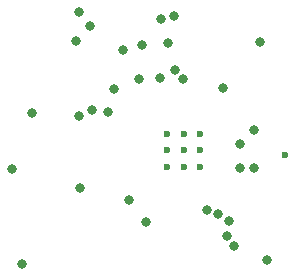
<source format=gbr>
%TF.GenerationSoftware,KiCad,Pcbnew,9.0.4*%
%TF.CreationDate,2025-09-09T09:39:30+02:00*%
%TF.ProjectId,rp2350_gpio_card,72703233-3530-45f6-9770-696f5f636172,X1*%
%TF.SameCoordinates,Original*%
%TF.FileFunction,Copper,L2,Inr*%
%TF.FilePolarity,Positive*%
%FSLAX46Y46*%
G04 Gerber Fmt 4.6, Leading zero omitted, Abs format (unit mm)*
G04 Created by KiCad (PCBNEW 9.0.4) date 2025-09-09 09:39:30*
%MOMM*%
%LPD*%
G01*
G04 APERTURE LIST*
%TA.AperFunction,ComponentPad*%
%ADD10C,0.600000*%
%TD*%
%TA.AperFunction,ViaPad*%
%ADD11C,0.800000*%
%TD*%
%TA.AperFunction,ViaPad*%
%ADD12C,0.600000*%
%TD*%
G04 APERTURE END LIST*
D10*
%TO.N,GND*%
%TO.C,U1*%
X105380183Y-68171434D03*
X106755183Y-68171434D03*
X108130183Y-68171434D03*
X105380183Y-66796434D03*
X106755183Y-66796434D03*
X108130183Y-66796434D03*
X105380183Y-65421434D03*
X106755183Y-65421434D03*
X108130183Y-65421434D03*
%TD*%
D11*
%TO.N,+1V1*%
X110100000Y-61500000D03*
X100382403Y-63516978D03*
%TO.N,VBUS*%
X104800000Y-55700000D03*
X98800000Y-56246434D03*
%TO.N,+3.3V*%
X112700000Y-68272634D03*
X112700000Y-65100000D03*
%TO.N,/GPIO27_ADC1*%
X106685028Y-60729793D03*
%TO.N,/GPIO29_ADC3*%
X104755183Y-60700000D03*
%TO.N,/GPIO11*%
X110555183Y-72771434D03*
%TO.N,/QSPI_SS*%
X102130183Y-70996434D03*
%TO.N,/RUN*%
X111500000Y-66300000D03*
X111500000Y-68272634D03*
%TO.N,/GPIO10*%
X109680183Y-72196434D03*
%TO.N,/GPIO9*%
X108755502Y-71815683D03*
%TO.N,/GPIO28_ADC2*%
X106005183Y-59996434D03*
%TO.N,/GPIO0*%
X103601588Y-72897192D03*
X93100000Y-76400000D03*
%TO.N,/USB_D+*%
X101600000Y-58300000D03*
X97900000Y-63900000D03*
%TO.N,/USB_D-*%
X103200000Y-57900000D03*
X99000000Y-63400000D03*
%TO.N,/GPIO13*%
X111055183Y-74896434D03*
%TO.N,/GPIO12*%
X110405183Y-74046434D03*
%TO.N,GND*%
X97900000Y-55050000D03*
X105400000Y-57700000D03*
X113180183Y-57596434D03*
X98005183Y-69996434D03*
X103000000Y-60800000D03*
X113800000Y-76100000D03*
X93920000Y-63620000D03*
D12*
X115300000Y-67200000D03*
D11*
X105900000Y-55400000D03*
X92200000Y-68400000D03*
X97630183Y-57546434D03*
X100835997Y-61643989D03*
%TD*%
M02*

</source>
